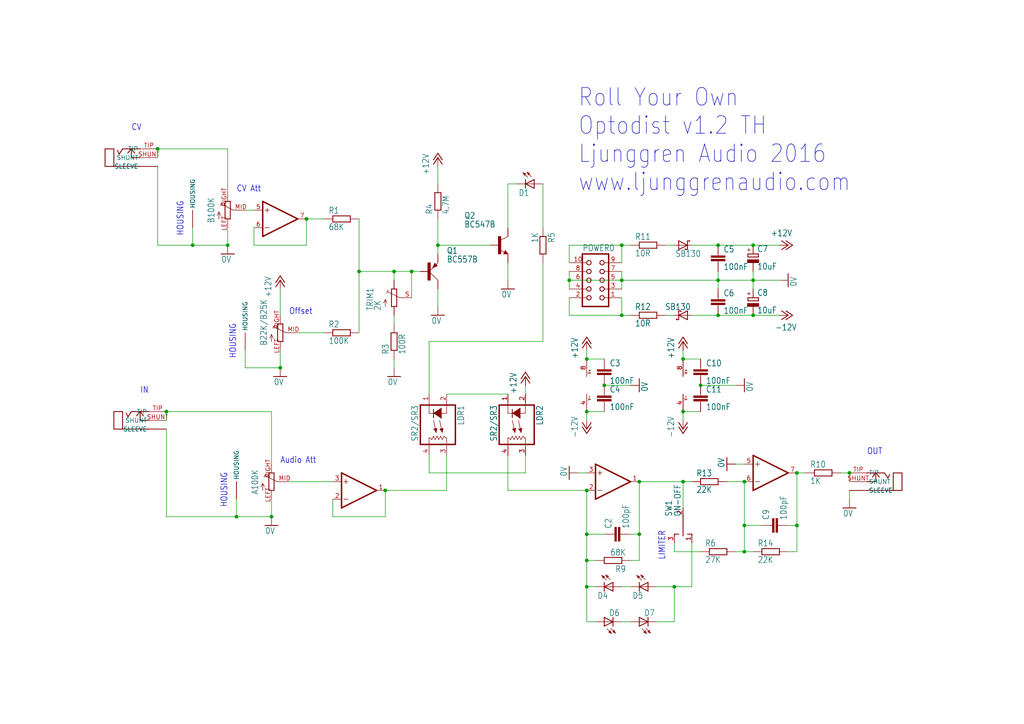
<source format=kicad_sch>
(kicad_sch (version 20231120) (generator "eeschema") (generator_version "8.0")
  (paper "A4")
  (lib_symbols
    (symbol "optodist 1.2 TH-eagle-import:+12V" (power)
      (symbol "+12V_1_0"
        (polyline (pts (xy 0 0) (xy -1.27 -1.905)) (stroke (width 0.254)))
        (polyline (pts (xy 0 1.27) (xy -1.27 -0.635)) (stroke (width 0.254)))
        (polyline (pts (xy 1.27 -1.905) (xy 0 0)) (stroke (width 0.254)))
        (polyline (pts (xy 1.27 -0.635) (xy 0 1.27)) (stroke (width 0.254)))
        (pin power_in line (at 0 -2.54 90) (length 2.54) (name "+12V") (number "1"))
      )
    )
    (symbol "optodist 1.2 TH-eagle-import:-12V" (power)
      (symbol "-12V_1_0"
        (polyline (pts (xy -1.27 0.635) (xy 0 -1.27)) (stroke (width 0.254)))
        (polyline (pts (xy -1.27 1.905) (xy 0 0)) (stroke (width 0.254)))
        (polyline (pts (xy 0 -1.27) (xy 1.27 0.635)) (stroke (width 0.254)))
        (polyline (pts (xy 0 0) (xy 1.27 1.905)) (stroke (width 0.254)))
        (pin power_in line (at 0 2.54 270) (length 2.54) (name "-12V") (number "1"))
      )
    )
    (symbol "optodist 1.2 TH-eagle-import:0V" (power)
      (symbol "0V_1_0"
        (polyline (pts (xy -1.905 0) (xy 1.905 0)) (stroke (width 0.254)))
        (pin power_in line (at 0 2.54 270) (length 2.54) (name "0V") (number "1"))
      )
    )
    (symbol "optodist 1.2 TH-eagle-import:BC547TO92-LINE"
      (property "Reference" "T" (at -10.16 7.62 0))
      (symbol "BC547TO92-LINE_1_0"
        (rectangle (start -0.254 -2.54) (end 0.508 2.54) (fill (type outline)))
        (polyline (pts (xy 1.27 -2.54) (xy 1.778 -1.524)) (stroke (width 0.1524)))
        (polyline (pts (xy 1.524 -2.413) (xy 2.286 -2.413)) (stroke (width 0.254)))
        (polyline (pts (xy 1.524 -2.286) (xy 1.905 -2.286)) (stroke (width 0.254)))
        (polyline (pts (xy 1.54 -2.04) (xy 0.308 -1.424)) (stroke (width 0.1524)))
        (polyline (pts (xy 1.778 -1.778) (xy 1.524 -2.286)) (stroke (width 0.254)))
        (polyline (pts (xy 1.778 -1.524) (xy 2.54 -2.54)) (stroke (width 0.1524)))
        (polyline (pts (xy 1.905 -2.286) (xy 1.778 -2.032)) (stroke (width 0.254)))
        (polyline (pts (xy 2.286 -2.413) (xy 1.778 -1.778)) (stroke (width 0.254)))
        (polyline (pts (xy 2.54 -2.54) (xy 1.27 -2.54)) (stroke (width 0.1524)))
        (polyline (pts (xy 2.54 2.54) (xy 0.508 1.524)) (stroke (width 0.1524)))
        (pin passive line (at 2.54 -5.08 90) (length 2.54) (name "E") (number "1"))
        (pin passive line (at -2.54 0 0) (length 2.54) (name "B") (number "2"))
        (pin passive line (at 2.54 5.08 270) (length 2.54) (name "C") (number "3"))
      )
    )
    (symbol "optodist 1.2 TH-eagle-import:BC557TO92-LINE"
      (property "Reference" "Q" (at 5.08 5.08 0))
      (symbol "BC557TO92-LINE_1_0"
        (rectangle (start -0.381 -2.54) (end 0.381 2.54) (fill (type outline)))
        (polyline (pts (xy 0 0) (xy 1.016 1.016)) (stroke (width 0.1524)))
        (polyline (pts (xy 1.016 1.016) (xy 1.27 1.27)) (stroke (width 0.1524)))
        (polyline (pts (xy 1.016 1.016) (xy 2.413 1.651)) (stroke (width 0.1524)))
        (polyline (pts (xy 1.27 1.27) (xy 1.651 2.159)) (stroke (width 0.254)))
        (polyline (pts (xy 1.27 1.27) (xy 2.54 2.54)) (stroke (width 0.1524)))
        (polyline (pts (xy 1.651 1.905) (xy 1.905 1.651)) (stroke (width 0.254)))
        (polyline (pts (xy 1.651 2.159) (xy 2.159 1.651)) (stroke (width 0.254)))
        (polyline (pts (xy 1.651 2.413) (xy 1.016 1.016)) (stroke (width 0.1524)))
        (polyline (pts (xy 2.159 1.651) (xy 1.27 1.27)) (stroke (width 0.254)))
        (polyline (pts (xy 2.413 1.651) (xy 1.651 2.413)) (stroke (width 0.1524)))
        (polyline (pts (xy 2.54 -2.54) (xy 0 0)) (stroke (width 0.1524)))
        (pin passive line (at 2.54 5.08 270) (length 2.54) (name "E") (number "1"))
        (pin passive line (at -2.54 0 0) (length 2.54) (name "B") (number "2"))
        (pin passive line (at 2.54 -5.08 90) (length 2.54) (name "C") (number "3"))
      )
    )
    (symbol "optodist 1.2 TH-eagle-import:C-EU025-024X044"
      (property "Reference" "C" (at 1.524 0.381 0))
      (symbol "C-EU025-024X044_1_0"
        (rectangle (start -2.032 -2.032) (end 2.032 -1.524) (fill (type outline)))
        (rectangle (start -2.032 -1.016) (end 2.032 -0.508) (fill (type outline)))
        (polyline (pts (xy 0 -2.54) (xy 0 -2.032)) (stroke (width 0.1524)))
        (polyline (pts (xy 0 0) (xy 0 -0.508)) (stroke (width 0.1524)))
        (pin passive line (at 0 2.54 270) (length 2.54) (name "1") (number "1"))
        (pin passive line (at 0 -5.08 90) (length 2.54) (name "2") (number "2"))
      )
    )
    (symbol "optodist 1.2 TH-eagle-import:CON10L"
      (property "Reference" "CON" (at -3.81 8.382 0))
      (symbol "CON10L_1_0"
        (circle (center -1.905 -5.08) (radius 0.635) (stroke (width 0.254)))
        (circle (center -1.905 -2.54) (radius 0.635) (stroke (width 0.254)))
        (circle (center -1.905 0) (radius 0.635) (stroke (width 0.254)))
        (circle (center -1.905 2.54) (radius 0.635) (stroke (width 0.254)))
        (circle (center -1.905 5.08) (radius 0.635) (stroke (width 0.254)))
        (polyline (pts (xy -3.81 7.62) (xy -3.81 -7.62)) (stroke (width 0.4064)))
        (polyline (pts (xy -3.81 7.62) (xy 3.81 7.62)) (stroke (width 0.4064)))
        (polyline (pts (xy 3.81 -7.62) (xy -3.81 -7.62)) (stroke (width 0.4064)))
        (polyline (pts (xy 3.81 -7.62) (xy 3.81 7.62)) (stroke (width 0.4064)))
        (circle (center 1.905 -5.08) (radius 0.635) (stroke (width 0.254)))
        (circle (center 1.905 -2.54) (radius 0.635) (stroke (width 0.254)))
        (circle (center 1.905 0) (radius 0.635) (stroke (width 0.254)))
        (circle (center 1.905 2.54) (radius 0.635) (stroke (width 0.254)))
        (circle (center 1.905 5.08) (radius 0.635) (stroke (width 0.254)))
        (pin passive line (at 7.62 -5.08 180) (length 5.08) (name "1") (number "1"))
        (pin passive line (at -7.62 5.08 0) (length 5.08) (name "10") (number "10"))
        (pin passive line (at -7.62 -5.08 0) (length 5.08) (name "2") (number "2"))
        (pin passive line (at 7.62 -2.54 180) (length 5.08) (name "3") (number "3"))
        (pin passive line (at -7.62 -2.54 0) (length 5.08) (name "4") (number "4"))
        (pin passive line (at 7.62 0 180) (length 5.08) (name "5") (number "5"))
        (pin passive line (at -7.62 0 0) (length 5.08) (name "6") (number "6"))
        (pin passive line (at 7.62 2.54 180) (length 5.08) (name "7") (number "7"))
        (pin passive line (at -7.62 2.54 0) (length 5.08) (name "8") (number "8"))
        (pin passive line (at 7.62 5.08 180) (length 5.08) (name "9") (number "9"))
      )
    )
    (symbol "optodist 1.2 TH-eagle-import:CPOL-EUE2-5"
      (property "Reference" "C" (at 1.143 0.4826 0))
      (symbol "CPOL-EUE2-5_1_0"
        (rectangle (start -1.651 -2.54) (end 1.651 -1.651) (fill (type outline)))
        (polyline (pts (xy -1.524 -0.889) (xy 1.524 -0.889)) (stroke (width 0.254)))
        (polyline (pts (xy -1.524 0) (xy -1.524 -0.889)) (stroke (width 0.254)))
        (polyline (pts (xy -1.524 0) (xy 1.524 0)) (stroke (width 0.254)))
        (polyline (pts (xy 1.524 -0.889) (xy 1.524 0)) (stroke (width 0.254)))
        (text "+" (at -0.5842 0.4064 900) (effects (font (size 1.27 1.0795)) (justify left bottom)))
        (pin passive line (at 0 2.54 270) (length 2.54) (name "+") (number "+"))
        (pin passive line (at 0 -5.08 90) (length 2.54) (name "-") (number "-"))
      )
    )
    (symbol "optodist 1.2 TH-eagle-import:ERTHENVAR_3.5MM_JACKHOLES"
      (symbol "ERTHENVAR_3.5MM_JACKHOLES_1_0"
        (polyline (pts (xy -5.08 -2.54) (xy -5.08 2.54)) (stroke (width 0.254)))
        (polyline (pts (xy -5.08 -2.54) (xy -2.54 -2.54)) (stroke (width 0.254)))
        (polyline (pts (xy -5.08 2.54) (xy -2.54 2.54)) (stroke (width 0.254)))
        (polyline (pts (xy -2.54 -2.54) (xy 5.08 -2.54)) (stroke (width 0.254)))
        (polyline (pts (xy -2.54 2.54) (xy -2.54 -2.54)) (stroke (width 0.254)))
        (polyline (pts (xy -1 1) (xy -1.5 2.1)) (stroke (width 0.254)))
        (polyline (pts (xy -1 1) (xy 0 2.54)) (stroke (width 0.254)))
        (polyline (pts (xy 0 2.54) (xy 2.54 2.54)) (stroke (width 0.254)))
        (polyline (pts (xy 2.5 2.6) (xy 1.5 1.3)) (stroke (width 0.254)))
        (polyline (pts (xy 2.5 2.6) (xy 3.5 1.3)) (stroke (width 0.254)))
        (polyline (pts (xy 2.54 0) (xy 2.54 2.54)) (stroke (width 0.254)))
        (polyline (pts (xy 2.54 2.54) (xy 5.08 2.54)) (stroke (width 0.254)))
        (polyline (pts (xy 5.08 0) (xy 2.54 0)) (stroke (width 0.254)))
        (pin bidirectional line (at 10.16 -2.54 180) (length 5.08) (name "SLEEVE") (number "RING1"))
        (pin bidirectional line (at 10.16 -2.54 180) (length 5.08) (name "SLEEVE") (number "RING2"))
        (pin bidirectional line (at 10.16 0 180) (length 5.08) (name "SHUNT") (number "SHUNT"))
        (pin bidirectional line (at 10.16 2.54 180) (length 5.08) (name "TIP") (number "TIP"))
      )
    )
    (symbol "optodist 1.2 TH-eagle-import:LED3MM"
      (property "Reference" "LED" (at 3.556 -4.572 90))
      (symbol "LED3MM_1_0"
        (polyline (pts (xy -2.032 -0.762) (xy -3.429 -2.159)) (stroke (width 0.1524)))
        (polyline (pts (xy -1.905 -1.905) (xy -3.302 -3.302)) (stroke (width 0.1524)))
        (polyline (pts (xy 0 -2.54) (xy -1.27 -2.54)) (stroke (width 0.254)))
        (polyline (pts (xy 0 -2.54) (xy -1.27 0)) (stroke (width 0.254)))
        (polyline (pts (xy 0 0) (xy -1.27 0)) (stroke (width 0.254)))
        (polyline (pts (xy 0 0) (xy 0 -2.54)) (stroke (width 0.1524)))
        (polyline (pts (xy 1.27 -2.54) (xy 0 -2.54)) (stroke (width 0.254)))
        (polyline (pts (xy 1.27 0) (xy 0 -2.54)) (stroke (width 0.254)))
        (polyline (pts (xy 1.27 0) (xy 0 0)) (stroke (width 0.254)))
        (polyline (pts (xy -3.429 -2.159) (xy -3.048 -1.27) (xy -2.54 -1.778)) (stroke (width 0.1524)) (fill (type outline)))
        (polyline (pts (xy -3.302 -3.302) (xy -2.921 -2.413) (xy -2.413 -2.921)) (stroke (width 0.1524)) (fill (type outline)))
        (pin passive line (at 0 2.54 270) (length 2.54) (name "A") (number "A"))
        (pin passive line (at 0 -5.08 90) (length 2.54) (name "C") (number "K"))
      )
    )
    (symbol "optodist 1.2 TH-eagle-import:POT-ALPHA9"
      (symbol "POT-ALPHA9_1_0"
        (polyline (pts (xy -2.54 -2.54) (xy -2.54 -0.508)) (stroke (width 0.1524)))
        (polyline (pts (xy -2.54 -0.508) (xy -3.048 -1.524)) (stroke (width 0.1524)))
        (polyline (pts (xy -2.54 -0.508) (xy -2.032 -1.524)) (stroke (width 0.1524)))
        (polyline (pts (xy -2.1597 1.2939) (xy -1.7018 2.2352)) (stroke (width 0.1524)))
        (polyline (pts (xy -0.762 -2.54) (xy 0.762 -2.54)) (stroke (width 0.254)))
        (polyline (pts (xy -0.762 2.54) (xy -0.762 -2.54)) (stroke (width 0.254)))
        (polyline (pts (xy 0.762 -2.54) (xy 0.762 2.54)) (stroke (width 0.254)))
        (polyline (pts (xy 0.762 2.54) (xy -0.762 2.54)) (stroke (width 0.254)))
        (polyline (pts (xy 1.651 0) (xy -1.8796 1.7526)) (stroke (width 0.1524)))
        (polyline (pts (xy 2.54 0) (xy 1.651 0)) (stroke (width 0.1524)))
        (pin bidirectional line (at -10.16 -5.08 90) (length 5.08) (name "HOUSING") (number "GND$1"))
        (pin bidirectional line (at -10.16 -5.08 90) (length 5.08) (name "HOUSING") (number "GND$2"))
        (pin passive line (at 0 -5.08 90) (length 2.54) (name "LEFT") (number "LEFT"))
        (pin passive line (at 5.08 0 180) (length 2.54) (name "MID") (number "MID"))
        (pin passive line (at 0 5.08 270) (length 2.54) (name "RIGHT") (number "RIGHT"))
      )
    )
    (symbol "optodist 1.2 TH-eagle-import:R-EU_0207/10"
      (property "Reference" "R" (at -3.81 1.4986 0))
      (symbol "R-EU_0207/10_1_0"
        (polyline (pts (xy -2.54 -0.889) (xy -2.54 0.889)) (stroke (width 0.254)))
        (polyline (pts (xy -2.54 -0.889) (xy 2.54 -0.889)) (stroke (width 0.254)))
        (polyline (pts (xy 2.54 -0.889) (xy 2.54 0.889)) (stroke (width 0.254)))
        (polyline (pts (xy 2.54 0.889) (xy -2.54 0.889)) (stroke (width 0.254)))
        (pin passive line (at -5.08 0 0) (length 2.54) (name "1") (number "1"))
        (pin passive line (at 5.08 0 180) (length 2.54) (name "2") (number "2"))
      )
    )
    (symbol "optodist 1.2 TH-eagle-import:SB130DO-204AL"
      (symbol "SB130DO-204AL_1_0"
        (polyline (pts (xy -1.27 -1.27) (xy 1.27 0)) (stroke (width 0.254)))
        (polyline (pts (xy -1.27 1.27) (xy -1.27 -1.27)) (stroke (width 0.254)))
        (polyline (pts (xy 0.635 -1.016) (xy 0.635 -1.27)) (stroke (width 0.254)))
        (polyline (pts (xy 1.27 -1.27) (xy 0.635 -1.27)) (stroke (width 0.254)))
        (polyline (pts (xy 1.27 0) (xy -1.27 1.27)) (stroke (width 0.254)))
        (polyline (pts (xy 1.27 0) (xy 1.27 -1.27)) (stroke (width 0.254)))
        (polyline (pts (xy 1.27 1.27) (xy 1.27 0)) (stroke (width 0.254)))
        (polyline (pts (xy 1.905 1.27) (xy 1.27 1.27)) (stroke (width 0.254)))
        (polyline (pts (xy 1.905 1.27) (xy 1.905 1.016)) (stroke (width 0.254)))
        (pin passive line (at -2.54 0 0) (length 2.54) (name "A") (number "A"))
        (pin passive line (at 2.54 0 180) (length 2.54) (name "C") (number "C"))
      )
    )
    (symbol "optodist 1.2 TH-eagle-import:SPDTTOP-SUBMINI"
      (property "Reference" "S" (at 2.54 3.175 0))
      (symbol "SPDTTOP-SUBMINI_1_0"
        (polyline (pts (xy -2.54 -2.54) (xy -3.175 -2.54)) (stroke (width 0.254)))
        (polyline (pts (xy -2.54 -2.54) (xy -2.54 -1.27)) (stroke (width 0.254)))
        (polyline (pts (xy -2.54 1.27) (xy -2.54 2.54)) (stroke (width 0.254)))
        (polyline (pts (xy -2.54 2.54) (xy -3.175 2.54)) (stroke (width 0.254)))
        (polyline (pts (xy 3.175 0) (xy -3.048 0)) (stroke (width 0.254)))
        (pin passive line (at -5.08 -2.54 0) (length 2.54) (name "1") (number "1"))
        (pin passive line (at 5.08 0 180) (length 2.54) (name "2") (number "2"))
        (pin passive line (at -5.08 2.54 0) (length 2.54) (name "3") (number "3"))
      )
    )
    (symbol "optodist 1.2 TH-eagle-import:TL072P"
      (symbol "TL072P_1_0"
        (polyline (pts (xy -5.08 -5.08) (xy 5.08 0)) (stroke (width 0.4064)))
        (polyline (pts (xy -5.08 5.08) (xy -5.08 -5.08)) (stroke (width 0.4064)))
        (polyline (pts (xy -4.445 -2.54) (xy -3.175 -2.54)) (stroke (width 0.1524)))
        (polyline (pts (xy -4.445 2.54) (xy -3.175 2.54)) (stroke (width 0.1524)))
        (polyline (pts (xy -3.81 3.175) (xy -3.81 1.905)) (stroke (width 0.1524)))
        (polyline (pts (xy 5.08 0) (xy -5.08 5.08)) (stroke (width 0.4064)))
        (pin output line (at 7.62 0 180) (length 2.54) (name "OUT") (number "1"))
        (pin input line (at -7.62 -2.54 0) (length 2.54) (name "-IN") (number "2"))
        (pin input line (at -7.62 2.54 0) (length 2.54) (name "+IN") (number "3"))
      )
      (symbol "TL072P_2_0"
        (polyline (pts (xy -5.08 -5.08) (xy 5.08 0)) (stroke (width 0.4064)))
        (polyline (pts (xy -5.08 5.08) (xy -5.08 -5.08)) (stroke (width 0.4064)))
        (polyline (pts (xy -4.445 -2.54) (xy -3.175 -2.54)) (stroke (width 0.1524)))
        (polyline (pts (xy -4.445 2.54) (xy -3.175 2.54)) (stroke (width 0.1524)))
        (polyline (pts (xy -3.81 3.175) (xy -3.81 1.905)) (stroke (width 0.1524)))
        (polyline (pts (xy 5.08 0) (xy -5.08 5.08)) (stroke (width 0.4064)))
        (pin input line (at -7.62 2.54 0) (length 2.54) (name "+IN") (number "5"))
        (pin input line (at -7.62 -2.54 0) (length 2.54) (name "-IN") (number "6"))
        (pin output line (at 7.62 0 180) (length 2.54) (name "OUT") (number "7"))
      )
      (symbol "TL072P_3_0"
        (text "V+" (at 1.27 3.175 900) (effects (font (size 0.8128 0.6908)) (justify left bottom)))
        (text "V-" (at 1.27 -4.445 900) (effects (font (size 0.8128 0.6908)) (justify left bottom)))
        (pin power_in line (at 0 -7.62 90) (length 5.08) (name "V-") (number "4"))
        (pin power_in line (at 0 7.62 270) (length 5.08) (name "V+") (number "8"))
      )
    )
    (symbol "optodist 1.2 TH-eagle-import:TRIM_EU-B25P"
      (property "Reference" "R" (at -5.969 -3.81 90))
      (symbol "TRIM_EU-B25P_1_0"
        (polyline (pts (xy -2.54 -2.54) (xy -2.54 -0.508)) (stroke (width 0.1524)))
        (polyline (pts (xy -2.54 -0.508) (xy -3.048 -1.524)) (stroke (width 0.1524)))
        (polyline (pts (xy -2.54 -0.508) (xy -2.032 -1.524)) (stroke (width 0.1524)))
        (polyline (pts (xy -2.1597 1.2939) (xy -1.7018 2.2352)) (stroke (width 0.1524)))
        (polyline (pts (xy -0.762 -2.54) (xy 0.762 -2.54)) (stroke (width 0.254)))
        (polyline (pts (xy -0.762 2.54) (xy -0.762 -2.54)) (stroke (width 0.254)))
        (polyline (pts (xy 0.762 -2.54) (xy 0.762 2.54)) (stroke (width 0.254)))
        (polyline (pts (xy 0.762 2.54) (xy -0.762 2.54)) (stroke (width 0.254)))
        (polyline (pts (xy 1.651 0) (xy -1.8796 1.7526)) (stroke (width 0.1524)))
        (polyline (pts (xy 2.54 0) (xy 1.651 0)) (stroke (width 0.1524)))
        (pin passive line (at 0 -5.08 90) (length 2.54) (name "A") (number "A"))
        (pin passive line (at 0 -5.08 90) (length 2.54) (name "A") (number "AA"))
        (pin passive line (at 0 5.08 270) (length 2.54) (name "E") (number "E"))
        (pin passive line (at 0 5.08 270) (length 2.54) (name "E") (number "EE"))
        (pin passive line (at 5.08 0 180) (length 2.54) (name "S") (number "S"))
      )
    )
    (symbol "optodist 1.2 TH-eagle-import:VTL5CSILONEX"
      (property "Reference" "LDR" (at -6.985 5.715 0))
      (symbol "VTL5CSILONEX_1_0"
        (polyline (pts (xy -6.985 -5.08) (xy 4.445 -5.08)) (stroke (width 0.4064)))
        (polyline (pts (xy -6.985 5.08) (xy -6.985 -5.08)) (stroke (width 0.4064)))
        (polyline (pts (xy -6.985 5.08) (xy 4.445 5.08)) (stroke (width 0.4064)))
        (polyline (pts (xy -4.572 -2.54) (xy -7.62 -2.54)) (stroke (width 0.1524)))
        (polyline (pts (xy -4.572 -1.27) (xy -5.715 -1.27)) (stroke (width 0.254)))
        (polyline (pts (xy -4.572 -1.27) (xy -4.572 -2.54)) (stroke (width 0.1524)))
        (polyline (pts (xy -4.572 2.54) (xy -7.62 2.54)) (stroke (width 0.1524)))
        (polyline (pts (xy -4.572 2.54) (xy -4.572 1.016)) (stroke (width 0.1524)))
        (polyline (pts (xy -3.302 -1.27) (xy -4.572 -1.27)) (stroke (width 0.254)))
        (polyline (pts (xy -2.54 -1.27) (xy 1.016 -0.508)) (stroke (width 0.1524)))
        (polyline (pts (xy -2.54 0.508) (xy 1.016 1.27)) (stroke (width 0.1524)))
        (polyline (pts (xy 2.032 -1.27) (xy 3.048 -1.778)) (stroke (width 0.1524)))
        (polyline (pts (xy 2.032 -0.254) (xy 3.048 -0.762)) (stroke (width 0.1524)))
        (polyline (pts (xy 2.032 0.762) (xy 3.048 0.254)) (stroke (width 0.1524)))
        (polyline (pts (xy 2.032 1.778) (xy 3.048 1.27)) (stroke (width 0.1524)))
        (polyline (pts (xy 2.54 -2.54) (xy 2.54 -2.286)) (stroke (width 0.1524)))
        (polyline (pts (xy 2.54 -2.54) (xy 5.08 -2.54)) (stroke (width 0.1524)))
        (polyline (pts (xy 2.54 2.286) (xy 2.032 1.778)) (stroke (width 0.1524)))
        (polyline (pts (xy 2.54 2.54) (xy 2.54 2.286)) (stroke (width 0.1524)))
        (polyline (pts (xy 2.54 2.54) (xy 5.08 2.54)) (stroke (width 0.1524)))
        (polyline (pts (xy 3.048 -1.778) (xy 2.54 -2.286)) (stroke (width 0.1524)))
        (polyline (pts (xy 3.048 -0.762) (xy 2.032 -1.27)) (stroke (width 0.1524)))
        (polyline (pts (xy 3.048 0.254) (xy 2.032 -0.254)) (stroke (width 0.1524)))
        (polyline (pts (xy 3.048 1.27) (xy 2.032 0.762)) (stroke (width 0.1524)))
        (polyline (pts (xy 4.445 5.08) (xy 4.445 -5.08)) (stroke (width 0.4064)))
        (polyline (pts (xy -4.572 -1.27) (xy -6.096 1.016) (xy -3.048 1.016)) (stroke (width 0.1524)) (fill (type outline)))
        (polyline (pts (xy 1.016 -0.508) (xy -0.254 -0.254) (xy 0 -1.27)) (stroke (width 0.1524)) (fill (type outline)))
        (polyline (pts (xy 1.016 1.27) (xy -0.254 1.524) (xy 0 0.508)) (stroke (width 0.1524)) (fill (type outline)))
        (pin passive line (at -10.16 -2.54 0) (length 2.54) (name "C") (number "1"))
        (pin passive line (at -10.16 2.54 0) (length 2.54) (name "A") (number "2"))
        (pin passive line (at 7.62 2.54 180) (length 2.54) (name "L1") (number "3"))
        (pin passive line (at 7.62 -2.54 180) (length 2.54) (name "L2") (number "4"))
      )
    )
  )
  (junction (at 180.34 71.12))
  (junction (at 215.9 139.7))
  (junction (at 198.12 139.7))
  (junction (at 119.38 78.74))
  (junction (at 180.34 81.28))
  (junction (at 208.28 81.28))
  (junction (at 170.18 119.38))
  (junction (at 231.14 152.4))
  (junction (at 170.18 142.24))
  (junction (at 88.9 63.5))
  (junction (at 48.26 119.38))
  (junction (at 208.28 91.44))
  (junction (at 45.72 43.18))
  (junction (at 114.3 78.74))
  (junction (at 170.18 104.14))
  (junction (at 185.42 139.7))
  (junction (at 78.74 149.86))
  (junction (at 218.44 91.44))
  (junction (at 185.42 154.94))
  (junction (at 68.58 149.86))
  (junction (at 66.04 71.12))
  (junction (at 208.28 71.12))
  (junction (at 218.44 71.12))
  (junction (at 195.58 170.18))
  (junction (at 175.26 111.76))
  (junction (at 218.44 81.28))
  (junction (at 215.9 160.02))
  (junction (at 55.88 71.12))
  (junction (at 165.1 81.28))
  (junction (at 81.28 106.68))
  (junction (at 198.12 104.14))
  (junction (at 111.76 142.24))
  (junction (at 170.18 162.56))
  (junction (at 246.38 137.16))
  (junction (at 170.18 154.94))
  (junction (at 198.12 119.38))
  (junction (at 170.18 170.18))
  (junction (at 127 71.12))
  (junction (at 180.34 91.44))
  (junction (at 231.14 137.16))
  (junction (at 203.2 111.76))
  (junction (at 104.14 78.74))
  (junction (at 215.9 152.4))
  (wire (pts (xy 114.3 104.14) (xy 114.3 106.68)) (stroke (width 0.1524)))
  (wire (pts (xy 218.44 71.12) (xy 208.28 71.12)) (stroke (width 0.1524)))
  (wire (pts (xy 45.72 48.26) (xy 45.72 71.12)) (stroke (width 0.1524)))
  (wire (pts (xy 193.04 71.12) (xy 195.58 71.12)) (stroke (width 0.1524)))
  (wire (pts (xy 218.44 91.44) (xy 208.28 91.44)) (stroke (width 0.1524)))
  (wire (pts (xy 68.58 144.78) (xy 68.58 149.86)) (stroke (width 0.1524)))
  (wire (pts (xy 231.14 137.16) (xy 231.14 152.4)) (stroke (width 0.1524)))
  (wire (pts (xy 48.26 119.38) (xy 78.74 119.38)) (stroke (width 0.1524)))
  (wire (pts (xy 231.14 152.4) (xy 231.14 160.02)) (stroke (width 0.1524)))
  (wire (pts (xy 81.28 83.82) (xy 81.28 91.44)) (stroke (width 0.1524)))
  (wire (pts (xy 48.26 149.86) (xy 68.58 149.86)) (stroke (width 0.1524)))
  (wire (pts (xy 45.72 43.18) (xy 66.04 43.18)) (stroke (width 0.1524)))
  (wire (pts (xy 233.68 137.16) (xy 231.14 137.16)) (stroke (width 0.1524)))
  (wire (pts (xy 182.88 154.94) (xy 185.42 154.94)) (stroke (width 0.1524)))
  (wire (pts (xy 73.66 71.12) (xy 88.9 71.12)) (stroke (width 0.1524)))
  (wire (pts (xy 104.14 78.74) (xy 114.3 78.74)) (stroke (width 0.1524)))
  (wire (pts (xy 231.14 160.02) (xy 228.6 160.02)) (stroke (width 0.1524)))
  (wire (pts (xy 172.72 170.18) (xy 170.18 170.18)) (stroke (width 0.1524)))
  (wire (pts (xy 218.44 81.28) (xy 218.44 78.74)) (stroke (width 0.1524)))
  (wire (pts (xy 195.58 160.02) (xy 195.58 157.48)) (stroke (width 0.1524)))
  (wire (pts (xy 215.9 152.4) (xy 215.9 160.02)) (stroke (width 0.1524)))
  (wire (pts (xy 96.52 149.86) (xy 111.76 149.86)) (stroke (width 0.1524)))
  (wire (pts (xy 170.18 104.14) (xy 175.26 104.14)) (stroke (width 0.1524)))
  (wire (pts (xy 198.12 101.6) (xy 198.12 104.14)) (stroke (width 0.1524)))
  (wire (pts (xy 71.12 60.96) (xy 73.66 60.96)) (stroke (width 0.1524)))
  (wire (pts (xy 66.04 71.12) (xy 55.88 71.12)) (stroke (width 0.1524)))
  (wire (pts (xy 195.58 170.18) (xy 195.58 180.34)) (stroke (width 0.1524)))
  (wire (pts (xy 180.34 170.18) (xy 182.88 170.18)) (stroke (width 0.1524)))
  (wire (pts (xy 180.34 91.44) (xy 182.88 91.44)) (stroke (width 0.1524)))
  (wire (pts (xy 208.28 91.44) (xy 200.66 91.44)) (stroke (width 0.1524)))
  (wire (pts (xy 218.44 81.28) (xy 226.06 81.28)) (stroke (width 0.1524)))
  (wire (pts (xy 215.9 160.02) (xy 218.44 160.02)) (stroke (width 0.1524)))
  (wire (pts (xy 86.36 96.52) (xy 93.98 96.52)) (stroke (width 0.1524)))
  (wire (pts (xy 152.4 137.16) (xy 152.4 132.08)) (stroke (width 0.1524)))
  (wire (pts (xy 185.42 162.56) (xy 185.42 154.94)) (stroke (width 0.1524)))
  (wire (pts (xy 81.28 106.68) (xy 81.28 101.6)) (stroke (width 0.1524)))
  (wire (pts (xy 104.14 63.5) (xy 104.14 78.74)) (stroke (width 0.1524)))
  (wire (pts (xy 124.46 137.16) (xy 152.4 137.16)) (stroke (width 0.1524)))
  (wire (pts (xy 165.1 71.12) (xy 180.34 71.12)) (stroke (width 0.1524)))
  (wire (pts (xy 198.12 119.38) (xy 198.12 121.92)) (stroke (width 0.1524)))
  (wire (pts (xy 185.42 154.94) (xy 185.42 139.7)) (stroke (width 0.1524)))
  (wire (pts (xy 121.92 78.74) (xy 119.38 78.74)) (stroke (width 0.1524)))
  (wire (pts (xy 200.66 170.18) (xy 200.66 157.48)) (stroke (width 0.1524)))
  (wire (pts (xy 208.28 71.12) (xy 200.66 71.12)) (stroke (width 0.1524)))
  (wire (pts (xy 213.36 134.62) (xy 215.9 134.62)) (stroke (width 0.1524)))
  (wire (pts (xy 175.26 111.76) (xy 182.88 111.76)) (stroke (width 0.1524)))
  (wire (pts (xy 119.38 86.36) (xy 119.38 78.74)) (stroke (width 0.1524)))
  (wire (pts (xy 170.18 162.56) (xy 170.18 170.18)) (stroke (width 0.1524)))
  (wire (pts (xy 203.2 119.38) (xy 198.12 119.38)) (stroke (width 0.1524)))
  (wire (pts (xy 127 63.5) (xy 127 71.12)) (stroke (width 0.1524)))
  (wire (pts (xy 78.74 119.38) (xy 78.74 134.62)) (stroke (width 0.1524)))
  (wire (pts (xy 180.34 78.74) (xy 180.34 81.28)) (stroke (width 0.1524)))
  (wire (pts (xy 215.9 139.7) (xy 215.9 152.4)) (stroke (width 0.1524)))
  (wire (pts (xy 243.84 137.16) (xy 246.38 137.16)) (stroke (width 0.1524)))
  (wire (pts (xy 182.88 162.56) (xy 185.42 162.56)) (stroke (width 0.1524)))
  (wire (pts (xy 142.24 71.12) (xy 127 71.12)) (stroke (width 0.1524)))
  (wire (pts (xy 180.34 71.12) (xy 180.34 76.2)) (stroke (width 0.1524)))
  (wire (pts (xy 208.28 81.28) (xy 208.28 78.74)) (stroke (width 0.1524)))
  (wire (pts (xy 195.58 180.34) (xy 190.5 180.34)) (stroke (width 0.1524)))
  (wire (pts (xy 114.3 81.28) (xy 114.3 78.74)) (stroke (width 0.1524)))
  (wire (pts (xy 78.74 144.78) (xy 78.74 149.86)) (stroke (width 0.1524)))
  (wire (pts (xy 170.18 162.56) (xy 172.72 162.56)) (stroke (width 0.1524)))
  (wire (pts (xy 215.9 152.4) (xy 220.98 152.4)) (stroke (width 0.1524)))
  (wire (pts (xy 170.18 154.94) (xy 170.18 162.56)) (stroke (width 0.1524)))
  (wire (pts (xy 111.76 149.86) (xy 111.76 142.24)) (stroke (width 0.1524)))
  (wire (pts (xy 165.1 78.74) (xy 165.1 81.28)) (stroke (width 0.1524)))
  (wire (pts (xy 147.32 53.34) (xy 149.86 53.34)) (stroke (width 0.1524)))
  (wire (pts (xy 208.28 81.28) (xy 218.44 81.28)) (stroke (width 0.1524)))
  (wire (pts (xy 124.46 132.08) (xy 124.46 137.16)) (stroke (width 0.1524)))
  (wire (pts (xy 88.9 71.12) (xy 88.9 63.5)) (stroke (width 0.1524)))
  (wire (pts (xy 55.88 66.04) (xy 55.88 71.12)) (stroke (width 0.1524)))
  (wire (pts (xy 215.9 139.7) (xy 210.82 139.7)) (stroke (width 0.1524)))
  (wire (pts (xy 195.58 170.18) (xy 190.5 170.18)) (stroke (width 0.1524)))
  (wire (pts (xy 218.44 83.82) (xy 218.44 81.28)) (stroke (width 0.1524)))
  (wire (pts (xy 231.14 152.4) (xy 228.6 152.4)) (stroke (width 0.1524)))
  (wire (pts (xy 129.54 142.24) (xy 129.54 132.08)) (stroke (width 0.1524)))
  (wire (pts (xy 180.34 71.12) (xy 182.88 71.12)) (stroke (width 0.1524)))
  (wire (pts (xy 129.54 114.3) (xy 147.32 114.3)) (stroke (width 0.1524)))
  (wire (pts (xy 129.54 142.24) (xy 111.76 142.24)) (stroke (width 0.1524)))
  (wire (pts (xy 170.18 154.94) (xy 175.26 154.94)) (stroke (width 0.1524)))
  (wire (pts (xy 124.46 99.06) (xy 124.46 114.3)) (stroke (width 0.1524)))
  (wire (pts (xy 127 71.12) (xy 127 73.66)) (stroke (width 0.1524)))
  (wire (pts (xy 147.32 142.24) (xy 147.32 132.08)) (stroke (width 0.1524)))
  (wire (pts (xy 147.32 66.04) (xy 147.32 53.34)) (stroke (width 0.1524)))
  (wire (pts (xy 66.04 43.18) (xy 66.04 55.88)) (stroke (width 0.1524)))
  (wire (pts (xy 198.12 147.32) (xy 198.12 139.7)) (stroke (width 0.1524)))
  (wire (pts (xy 96.52 144.78) (xy 96.52 149.86)) (stroke (width 0.1524)))
  (wire (pts (xy 81.28 106.68) (xy 71.12 106.68)) (stroke (width 0.1524)))
  (wire (pts (xy 127 88.9) (xy 127 83.82)) (stroke (width 0.1524)))
  (wire (pts (xy 55.88 71.12) (xy 45.72 71.12)) (stroke (width 0.1524)))
  (wire (pts (xy 213.36 160.02) (xy 215.9 160.02)) (stroke (width 0.1524)))
  (wire (pts (xy 213.36 111.76) (xy 203.2 111.76)) (stroke (width 0.1524)))
  (wire (pts (xy 175.26 119.38) (xy 170.18 119.38)) (stroke (width 0.1524)))
  (wire (pts (xy 119.38 78.74) (xy 114.3 78.74)) (stroke (width 0.1524)))
  (wire (pts (xy 246.38 137.16) (xy 246.38 139.7)) (stroke (width 0.1524)))
  (wire (pts (xy 218.44 91.44) (xy 226.06 91.44)) (stroke (width 0.1524)))
  (wire (pts (xy 170.18 170.18) (xy 170.18 180.34)) (stroke (width 0.1524)))
  (wire (pts (xy 68.58 149.86) (xy 78.74 149.86)) (stroke (width 0.1524)))
  (wire (pts (xy 165.1 91.44) (xy 180.34 91.44)) (stroke (width 0.1524)))
  (wire (pts (xy 66.04 71.12) (xy 66.04 66.04)) (stroke (width 0.1524)))
  (wire (pts (xy 170.18 180.34) (xy 172.72 180.34)) (stroke (width 0.1524)))
  (wire (pts (xy 48.26 121.92) (xy 48.26 119.38)) (stroke (width 0.1524)))
  (wire (pts (xy 114.3 91.44) (xy 114.3 93.98)) (stroke (width 0.1524)))
  (wire (pts (xy 246.38 144.78) (xy 246.38 142.24)) (stroke (width 0.1524)))
  (wire (pts (xy 208.28 83.82) (xy 208.28 81.28)) (stroke (width 0.1524)))
  (wire (pts (xy 157.48 76.2) (xy 157.48 99.06)) (stroke (width 0.1524)))
  (wire (pts (xy 218.44 71.12) (xy 226.06 71.12)) (stroke (width 0.1524)))
  (wire (pts (xy 198.12 139.7) (xy 185.42 139.7)) (stroke (width 0.1524)))
  (wire (pts (xy 170.18 101.6) (xy 170.18 104.14)) (stroke (width 0.1524)))
  (wire (pts (xy 152.4 111.76) (xy 152.4 114.3)) (stroke (width 0.1524)))
  (wire (pts (xy 167.64 137.16) (xy 170.18 137.16)) (stroke (width 0.1524)))
  (wire (pts (xy 157.48 53.34) (xy 157.48 66.04)) (stroke (width 0.1524)))
  (wire (pts (xy 170.18 142.24) (xy 170.18 154.94)) (stroke (width 0.1524)))
  (wire (pts (xy 48.26 124.46) (xy 48.26 149.86)) (stroke (width 0.1524)))
  (wire (pts (xy 180.34 81.28) (xy 180.34 83.82)) (stroke (width 0.1524)))
  (wire (pts (xy 195.58 170.18) (xy 200.66 170.18)) (stroke (width 0.1524)))
  (wire (pts (xy 193.04 91.44) (xy 195.58 91.44)) (stroke (width 0.1524)))
  (wire (pts (xy 83.82 139.7) (xy 96.52 139.7)) (stroke (width 0.1524)))
  (wire (pts (xy 104.14 78.74) (xy 104.14 96.52)) (stroke (width 0.1524)))
  (wire (pts (xy 71.12 101.6) (xy 71.12 106.68)) (stroke (width 0.1524)))
  (wire (pts (xy 208.28 81.28) (xy 180.34 81.28)) (stroke (width 0.1524)))
  (wire (pts (xy 73.66 66.04) (xy 73.66 71.12)) (stroke (width 0.1524)))
  (wire (pts (xy 127 53.34) (xy 127 48.26)) (stroke (width 0.1524)))
  (wire (pts (xy 165.1 76.2) (xy 165.1 71.12)) (stroke (width 0.1524)))
  (wire (pts (xy 203.2 160.02) (xy 195.58 160.02)) (stroke (width 0.1524)))
  (wire (pts (xy 157.48 99.06) (xy 124.46 99.06)) (stroke (width 0.1524)))
  (wire (pts (xy 147.32 81.28) (xy 147.32 76.2)) (stroke (width 0.1524)))
  (wire (pts (xy 147.32 142.24) (xy 170.18 142.24)) (stroke (width 0.1524)))
  (wire (pts (xy 170.18 119.38) (xy 170.18 121.92)) (stroke (width 0.1524)))
  (wire (pts (xy 88.9 63.5) (xy 93.98 63.5)) (stroke (width 0.1524)))
  (wire (pts (xy 180.34 180.34) (xy 182.88 180.34)) (stroke (width 0.1524)))
  (wire (pts (xy 180.34 81.28) (xy 165.1 81.28)) (stroke (width 0.1524)))
  (wire (pts (xy 165.1 81.28) (xy 165.1 83.82)) (stroke (width 0.1524)))
  (wire (pts (xy 203.2 104.14) (xy 198.12 104.14)) (stroke (width 0.1524)))
  (wire (pts (xy 165.1 86.36) (xy 165.1 91.44)) (stroke (width 0.1524)))
  (wire (pts (xy 45.72 45.72) (xy 45.72 43.18)) (stroke (width 0.1524)))
  (wire (pts (xy 180.34 91.44) (xy 180.34 86.36)) (stroke (width 0.1524)))
  (wire (pts (xy 200.66 139.7) (xy 198.12 139.7)) (stroke (width 0.1524)))
  (text "CV Att" (at 68.58 55.88 0) (effects (font (size 1.778 1.5113)) (justify left bottom)))
  (text "HOUSING" (at 66.04 147.32 90) (effects (font (size 1.778 1.5113)) (justify left bottom)))
  (text "OUT" (at 251.46 132.08 0) (effects (font (size 1.778 1.5113)) (justify left bottom)))
  (text "Offset" (at 83.82 91.44 0) (effects (font (size 1.778 1.5113)) (justify left bottom)))
  (text "HOUSING" (at 53.34 68.58 90) (effects (font (size 1.778 1.5113)) (justify left bottom)))
  (text "CV" (at 38.1 38.1 0) (effects (font (size 1.778 1.5113)) (justify left bottom)))
  (text "LIMITER" (at 193.04 162.56 90) (effects (font (size 1.778 1.5113)) (justify left bottom)))
  (text "IN" (at 40.64 114.3 0) (effects (font (size 1.778 1.5113)) (justify left bottom)))
  (text "Roll Your Own\nOptodist v1.2 TH\nLjunggren Audio 2016\nwww.ljunggrenaudio.com" (at 167.64 55.88 0) (effects (font (size 5.08 4.318)) (justify left bottom)))
  (text "Audio Att" (at 81.28 134.62 0) (effects (font (size 1.778 1.5113)) (justify left bottom)))
  (text "HOUSING" (at 68.58 104.14 90) (effects (font (size 1.778 1.5113)) (justify left bottom)))
  (symbol (lib_id "optodist 1.2 TH-eagle-import:+12V") (at 198.12 99.06 0) (unit 1)
    (property "Reference" "#P+6" (effects (hide yes)))
    (property "Value" "+12V" (at 195.58 104.14 90) (effects (font (size 1.778 1.5113)) (justify left bottom)))
  )
  (symbol (lib_id "optodist 1.2 TH-eagle-import:LED3MM") (at 175.26 180.34 90) (unit 1)
    (property "Reference" "D6" (at 179.832 176.784 90) (effects (font (size 1.778 1.5113)) (justify left bottom)))
    (property "Value" "LED3MM" (effects (hide yes)))
    (property "Footprint" "optodist 1.2 TH:LED3MM" (effects (hide yes)))
  )
  (symbol (lib_id "optodist 1.2 TH-eagle-import:R-EU_0207/10") (at 223.52 160.02 0) (unit 1)
    (property "Reference" "R14" (at 219.71 158.5214 0) (effects (font (size 1.778 1.5113)) (justify left bottom)))
    (property "Value" "22K" (at 219.71 163.322 0) (effects (font (size 1.778 1.5113)) (justify left bottom)))
    (property "Footprint" "optodist 1.2 TH:0207_9" (effects (hide yes)))
  )
  (symbol (lib_id "optodist 1.2 TH-eagle-import:ERTHENVAR_3.5MM_JACKHOLES") (at 256.54 139.7 0) (mirror y) (unit 1)
    (property "Reference" "OUT0" (effects (hide yes)))
    (property "Value" "ERTHENVAR_3.5MM_JACKHOLES" (effects (hide yes)))
    (property "Footprint" "optodist 1.2 TH:ERTHENVAR" (effects (hide yes)))
  )
  (symbol (lib_id "optodist 1.2 TH-eagle-import:0V") (at 66.04 73.66 0) (unit 1)
    (property "Reference" "#GND2" (effects (hide yes)))
    (property "Value" "0V" (at 64.135 76.2 0) (effects (font (size 1.778 1.5113)) (justify left bottom)))
  )
  (symbol (lib_id "optodist 1.2 TH-eagle-import:C-EU025-024X044") (at 177.8 154.94 90) (unit 1)
    (property "Reference" "C2" (at 177.419 153.416 0) (effects (font (size 1.778 1.5113)) (justify left bottom)))
    (property "Value" "100pF" (at 182.499 153.416 0) (effects (font (size 1.778 1.5113)) (justify left bottom)))
    (property "Footprint" "optodist 1.2 TH:C025-024X044" (effects (hide yes)))
  )
  (symbol (lib_id "optodist 1.2 TH-eagle-import:LED3MM") (at 177.8 170.18 270) (unit 1)
    (property "Reference" "D4" (at 173.228 173.736 90) (effects (font (size 1.778 1.5113)) (justify left bottom)))
    (property "Value" "LED3MM" (effects (hide yes)))
    (property "Footprint" "optodist 1.2 TH:LED3MM" (effects (hide yes)))
  )
  (symbol (lib_id "optodist 1.2 TH-eagle-import:TL072P") (at 170.18 111.76 0) (unit 3)
    (property "Reference" "IC1" (effects (hide yes)))
    (property "Value" "TL072" (effects (hide yes)))
    (property "Footprint" "optodist 1.2 TH:DIL08" (effects (hide yes)))
  )
  (symbol (lib_id "optodist 1.2 TH-eagle-import:0V") (at 228.6 81.28 90) (unit 1)
    (property "Reference" "#GND12" (effects (hide yes)))
    (property "Value" "0V" (at 231.14 83.185 0) (effects (font (size 1.778 1.5113)) (justify left bottom)))
  )
  (symbol (lib_id "optodist 1.2 TH-eagle-import:0V") (at 114.3 109.22 0) (unit 1)
    (property "Reference" "#GND1" (effects (hide yes)))
    (property "Value" "0V" (at 112.395 111.76 0) (effects (font (size 1.778 1.5113)) (justify left bottom)))
  )
  (symbol (lib_id "optodist 1.2 TH-eagle-import:R-EU_0207/10") (at 187.96 71.12 0) (unit 1)
    (property "Reference" "R11" (at 184.15 69.6214 0) (effects (font (size 1.778 1.5113)) (justify left bottom)))
    (property "Value" "10R" (at 184.15 74.422 0) (effects (font (size 1.778 1.5113)) (justify left bottom)))
    (property "Footprint" "optodist 1.2 TH:0207_9" (effects (hide yes)))
  )
  (symbol (lib_id "optodist 1.2 TH-eagle-import:0V") (at 147.32 83.82 0) (unit 1)
    (property "Reference" "#GND6" (effects (hide yes)))
    (property "Value" "0V" (at 145.415 86.36 0) (effects (font (size 1.778 1.5113)) (justify left bottom)))
  )
  (symbol (lib_id "optodist 1.2 TH-eagle-import:POT-ALPHA9") (at 66.04 60.96 0) (unit 1)
    (property "Reference" "POT1" (effects (hide yes)))
    (property "Value" "B100K" (at 62.23 64.77 90) (effects (font (size 1.778 1.5113)) (justify left bottom)))
    (property "Footprint" "optodist 1.2 TH:POT-ALPHA9" (effects (hide yes)))
  )
  (symbol (lib_id "optodist 1.2 TH-eagle-import:ERTHENVAR_3.5MM_JACKHOLES") (at 35.56 45.72 0) (unit 1)
    (property "Reference" "CV0" (effects (hide yes)))
    (property "Value" "ERTHENVAR_3.5MM_JACKHOLES" (effects (hide yes)))
    (property "Footprint" "optodist 1.2 TH:ERTHENVAR" (effects (hide yes)))
  )
  (symbol (lib_id "optodist 1.2 TH-eagle-import:R-EU_0207/10") (at 99.06 63.5 0) (unit 1)
    (property "Reference" "R1" (at 95.25 62.0014 0) (effects (font (size 1.778 1.5113)) (justify left bottom)))
    (property "Value" "68K" (at 95.25 66.802 0) (effects (font (size 1.778 1.5113)) (justify left bottom)))
    (property "Footprint" "optodist 1.2 TH:0207_9" (effects (hide yes)))
  )
  (symbol (lib_id "optodist 1.2 TH-eagle-import:C-EU025-024X044") (at 175.26 106.68 0) (unit 1)
    (property "Reference" "C3" (at 176.784 106.299 0) (effects (font (size 1.778 1.5113)) (justify left bottom)))
    (property "Value" "100nF" (at 176.784 111.379 0) (effects (font (size 1.778 1.5113)) (justify left bottom)))
    (property "Footprint" "optodist 1.2 TH:C025-024X044" (effects (hide yes)))
  )
  (symbol (lib_id "optodist 1.2 TH-eagle-import:VTL5CSILONEX") (at 127 124.46 270) (unit 1)
    (property "Reference" "LDR1" (at 132.715 117.475 0) (effects (font (size 1.778 1.5113)) (justify left bottom)))
    (property "Value" "SR2/SR3" (at 119.38 117.475 0) (effects (font (size 1.778 1.5113)) (justify left bottom)))
    (property "Footprint" "optodist 1.2 TH:VTL5C" (effects (hide yes)))
  )
  (symbol (lib_id "optodist 1.2 TH-eagle-import:C-EU025-024X044") (at 208.28 73.66 0) (unit 1)
    (property "Reference" "C5" (at 209.804 73.279 0) (effects (font (size 1.778 1.5113)) (justify left bottom)))
    (property "Value" "100nF" (at 209.804 78.359 0) (effects (font (size 1.778 1.5113)) (justify left bottom)))
    (property "Footprint" "optodist 1.2 TH:C025-024X044" (effects (hide yes)))
  )
  (symbol (lib_id "optodist 1.2 TH-eagle-import:R-EU_0207/10") (at 114.3 99.06 90) (unit 1)
    (property "Reference" "R3" (at 112.8014 102.87 0) (effects (font (size 1.778 1.5113)) (justify left bottom)))
    (property "Value" "100R" (at 117.602 102.87 0) (effects (font (size 1.778 1.5113)) (justify left bottom)))
    (property "Footprint" "optodist 1.2 TH:0207_9" (effects (hide yes)))
  )
  (symbol (lib_id "optodist 1.2 TH-eagle-import:0V") (at 215.9 111.76 90) (unit 1)
    (property "Reference" "#GND14" (effects (hide yes)))
    (property "Value" "0V" (at 218.44 113.665 0) (effects (font (size 1.778 1.5113)) (justify left bottom)))
  )
  (symbol (lib_id "optodist 1.2 TH-eagle-import:0V") (at 78.74 152.4 0) (unit 1)
    (property "Reference" "#GND4" (effects (hide yes)))
    (property "Value" "0V" (at 76.835 154.94 0) (effects (font (size 1.778 1.5113)) (justify left bottom)))
  )
  (symbol (lib_id "optodist 1.2 TH-eagle-import:CPOL-EUE2-5") (at 218.44 73.66 0) (unit 1)
    (property "Reference" "C7" (at 219.583 73.1774 0) (effects (font (size 1.778 1.5113)) (justify left bottom)))
    (property "Value" "10uF" (at 219.583 78.2574 0) (effects (font (size 1.778 1.5113)) (justify left bottom)))
    (property "Footprint" "optodist 1.2 TH:E2-5" (effects (hide yes)))
  )
  (symbol (lib_id "optodist 1.2 TH-eagle-import:LED3MM") (at 185.42 180.34 90) (unit 1)
    (property "Reference" "D7" (at 189.992 176.784 90) (effects (font (size 1.778 1.5113)) (justify left bottom)))
    (property "Value" "LED3MM" (effects (hide yes)))
    (property "Footprint" "optodist 1.2 TH:LED3MM" (effects (hide yes)))
  )
  (symbol (lib_id "optodist 1.2 TH-eagle-import:+12V") (at 81.28 81.28 0) (unit 1)
    (property "Reference" "#P+1" (effects (hide yes)))
    (property "Value" "+12V" (at 78.74 86.36 90) (effects (font (size 1.778 1.5113)) (justify left bottom)))
  )
  (symbol (lib_id "optodist 1.2 TH-eagle-import:VTL5CSILONEX") (at 149.86 124.46 270) (unit 1)
    (property "Reference" "LDR2" (at 155.575 117.475 0) (effects (font (size 1.778 1.5113)) (justify left bottom)))
    (property "Value" "SR2/SR3" (at 142.24 117.475 0) (effects (font (size 1.778 1.5113)) (justify left bottom)))
    (property "Footprint" "optodist 1.2 TH:VTL5C" (effects (hide yes)))
  )
  (symbol (lib_id "optodist 1.2 TH-eagle-import:R-EU_0207/10") (at 99.06 96.52 0) (unit 1)
    (property "Reference" "R2" (at 95.25 95.0214 0) (effects (font (size 1.778 1.5113)) (justify left bottom)))
    (property "Value" "100K" (at 95.25 99.822 0) (effects (font (size 1.778 1.5113)) (justify left bottom)))
    (property "Footprint" "optodist 1.2 TH:0207_9" (effects (hide yes)))
  )
  (symbol (lib_id "optodist 1.2 TH-eagle-import:R-EU_0207/10") (at 177.8 162.56 180) (unit 1)
    (property "Reference" "R9" (at 181.61 164.0586 0) (effects (font (size 1.778 1.5113)) (justify left bottom)))
    (property "Value" "68K" (at 181.61 159.258 0) (effects (font (size 1.778 1.5113)) (justify left bottom)))
    (property "Footprint" "optodist 1.2 TH:0207_9" (effects (hide yes)))
  )
  (symbol (lib_id "optodist 1.2 TH-eagle-import:POT-ALPHA9") (at 81.28 96.52 0) (unit 1)
    (property "Reference" "POT2" (effects (hide yes)))
    (property "Value" "B22K/B25K" (at 77.47 100.33 90) (effects (font (size 1.778 1.5113)) (justify left bottom)))
    (property "Footprint" "optodist 1.2 TH:POT-ALPHA9" (effects (hide yes)))
  )
  (symbol (lib_id "optodist 1.2 TH-eagle-import:R-EU_0207/10") (at 157.48 71.12 270) (unit 1)
    (property "Reference" "R5" (at 158.9786 67.31 0) (effects (font (size 1.778 1.5113)) (justify left bottom)))
    (property "Value" "1K" (at 154.178 67.31 0) (effects (font (size 1.778 1.5113)) (justify left bottom)))
    (property "Footprint" "optodist 1.2 TH:0207_9" (effects (hide yes)))
  )
  (symbol (lib_id "optodist 1.2 TH-eagle-import:-12V") (at 228.6 91.44 90) (unit 1)
    (property "Reference" "#P-2" (effects (hide yes)))
    (property "Value" "-12V" (at 231.14 93.98 90) (effects (font (size 1.778 1.5113)) (justify left bottom)))
  )
  (symbol (lib_id "optodist 1.2 TH-eagle-import:LED3MM") (at 187.96 170.18 270) (unit 1)
    (property "Reference" "D5" (at 183.388 173.736 90) (effects (font (size 1.778 1.5113)) (justify left bottom)))
    (property "Value" "LED3MM" (effects (hide yes)))
    (property "Footprint" "optodist 1.2 TH:LED3MM" (effects (hide yes)))
  )
  (symbol (lib_id "optodist 1.2 TH-eagle-import:R-EU_0207/10") (at 127 58.42 90) (unit 1)
    (property "Reference" "R4" (at 125.5014 62.23 0) (effects (font (size 1.778 1.5113)) (justify left bottom)))
    (property "Value" "4.7M" (at 130.302 62.23 0) (effects (font (size 1.778 1.5113)) (justify left bottom)))
    (property "Footprint" "optodist 1.2 TH:0207_9" (effects (hide yes)))
  )
  (symbol (lib_id "optodist 1.2 TH-eagle-import:C-EU025-024X044") (at 175.26 114.3 0) (unit 1)
    (property "Reference" "C4" (at 176.784 113.919 0) (effects (font (size 1.778 1.5113)) (justify left bottom)))
    (property "Value" "100nF" (at 176.784 118.999 0) (effects (font (size 1.778 1.5113)) (justify left bottom)))
    (property "Footprint" "optodist 1.2 TH:C025-024X044" (effects (hide yes)))
  )
  (symbol (lib_id "optodist 1.2 TH-eagle-import:C-EU025-024X044") (at 203.2 114.3 0) (unit 1)
    (property "Reference" "C11" (at 204.724 113.919 0) (effects (font (size 1.778 1.5113)) (justify left bottom)))
    (property "Value" "100nF" (at 204.724 118.999 0) (effects (font (size 1.778 1.5113)) (justify left bottom)))
    (property "Footprint" "optodist 1.2 TH:C025-024X044" (effects (hide yes)))
  )
  (symbol (lib_id "optodist 1.2 TH-eagle-import:+12V") (at 228.6 71.12 270) (unit 1)
    (property "Reference" "#P+5" (effects (hide yes)))
    (property "Value" "+12V" (at 223.52 68.58 90) (effects (font (size 1.778 1.5113)) (justify left bottom)))
  )
  (symbol (lib_id "optodist 1.2 TH-eagle-import:0V") (at 127 91.44 0) (unit 1)
    (property "Reference" "#GND5" (effects (hide yes)))
    (property "Value" "0V" (at 125.095 93.98 0) (effects (font (size 1.778 1.5113)) (justify left bottom)))
  )
  (symbol (lib_id "optodist 1.2 TH-eagle-import:SB130DO-204AL") (at 198.12 91.44 180) (unit 1)
    (property "Reference" "D3" (effects (hide yes)))
    (property "Value" "SB130" (at 200.406 88.011 0) (effects (font (size 1.778 1.5113)) (justify left bottom)))
    (property "Footprint" "optodist 1.2 TH:DO41-7" (effects (hide yes)))
  )
  (symbol (lib_id "optodist 1.2 TH-eagle-import:C-EU025-024X044") (at 223.52 152.4 90) (unit 1)
    (property "Reference" "C9" (at 223.139 150.876 0) (effects (font (size 1.778 1.5113)) (justify left bottom)))
    (property "Value" "100pF" (at 228.219 150.876 0) (effects (font (size 1.778 1.5113)) (justify left bottom)))
    (property "Footprint" "optodist 1.2 TH:C025-024X044" (effects (hide yes)))
  )
  (symbol (lib_id "optodist 1.2 TH-eagle-import:0V") (at 165.1 137.16 270) (unit 1)
    (property "Reference" "#GND10" (effects (hide yes)))
    (property "Value" "0V" (at 162.56 135.255 0) (effects (font (size 1.778 1.5113)) (justify left bottom)))
  )
  (symbol (lib_id "optodist 1.2 TH-eagle-import:C-EU025-024X044") (at 203.2 106.68 0) (unit 1)
    (property "Reference" "C10" (at 204.724 106.299 0) (effects (font (size 1.778 1.5113)) (justify left bottom)))
    (property "Value" "100nF" (at 204.724 111.379 0) (effects (font (size 1.778 1.5113)) (justify left bottom)))
    (property "Footprint" "optodist 1.2 TH:C025-024X044" (effects (hide yes)))
  )
  (symbol (lib_id "optodist 1.2 TH-eagle-import:R-EU_0207/10") (at 208.28 160.02 0) (unit 1)
    (property "Reference" "R6" (at 204.47 158.5214 0) (effects (font (size 1.778 1.5113)) (justify left bottom)))
    (property "Value" "27K" (at 204.47 163.322 0) (effects (font (size 1.778 1.5113)) (justify left bottom)))
    (property "Footprint" "optodist 1.2 TH:0207_9" (effects (hide yes)))
  )
  (symbol (lib_id "optodist 1.2 TH-eagle-import:LED3MM") (at 154.94 53.34 270) (unit 1)
    (property "Reference" "D1" (at 150.368 56.896 90) (effects (font (size 1.778 1.5113)) (justify left bottom)))
    (property "Value" "LED3MM" (effects (hide yes)))
    (property "Footprint" "optodist 1.2 TH:LED3MM" (effects (hide yes)))
  )
  (symbol (lib_id "optodist 1.2 TH-eagle-import:-12V") (at 170.18 124.46 0) (unit 1)
    (property "Reference" "#P-1" (effects (hide yes)))
    (property "Value" "-12V" (at 167.64 127 90) (effects (font (size 1.778 1.5113)) (justify left bottom)))
  )
  (symbol (lib_id "optodist 1.2 TH-eagle-import:C-EU025-024X044") (at 208.28 86.36 0) (unit 1)
    (property "Reference" "C6" (at 209.804 85.979 0) (effects (font (size 1.778 1.5113)) (justify left bottom)))
    (property "Value" "100nF" (at 209.804 91.059 0) (effects (font (size 1.778 1.5113)) (justify left bottom)))
    (property "Footprint" "optodist 1.2 TH:C025-024X044" (effects (hide yes)))
  )
  (symbol (lib_id "optodist 1.2 TH-eagle-import:+12V") (at 127 45.72 0) (unit 1)
    (property "Reference" "#P+2" (effects (hide yes)))
    (property "Value" "+12V" (at 124.46 50.8 90) (effects (font (size 1.778 1.5113)) (justify left bottom)))
  )
  (symbol (lib_id "optodist 1.2 TH-eagle-import:TL072P") (at 104.14 142.24 0) (unit 1)
    (property "Reference" "IC1" (effects (hide yes)))
    (property "Value" "TL072" (effects (hide yes)))
    (property "Footprint" "optodist 1.2 TH:DIL08" (effects (hide yes)))
  )
  (symbol (lib_id "optodist 1.2 TH-eagle-import:0V") (at 185.42 111.76 90) (unit 1)
    (property "Reference" "#GND11" (effects (hide yes)))
    (property "Value" "0V" (at 187.96 113.665 0) (effects (font (size 1.778 1.5113)) (justify left bottom)))
  )
  (symbol (lib_id "optodist 1.2 TH-eagle-import:R-EU_0207/10") (at 205.74 139.7 0) (unit 1)
    (property "Reference" "R13" (at 201.93 138.2014 0) (effects (font (size 1.778 1.5113)) (justify left bottom)))
    (property "Value" "22K" (at 201.93 143.002 0) (effects (font (size 1.778 1.5113)) (justify left bottom)))
    (property "Footprint" "optodist 1.2 TH:0207_9" (effects (hide yes)))
  )
  (symbol (lib_id "optodist 1.2 TH-eagle-import:TL072P") (at 198.12 111.76 0) (unit 3)
    (property "Reference" "IC2" (effects (hide yes)))
    (property "Value" "TL072" (effects (hide yes)))
    (property "Footprint" "optodist 1.2 TH:DIL08" (effects (hide yes)))
  )
  (symbol (lib_id "optodist 1.2 TH-eagle-import:TL072P") (at 81.28 63.5 0) (unit 2)
    (property "Reference" "IC1" (effects (hide yes)))
    (property "Value" "TL072" (effects (hide yes)))
    (property "Footprint" "optodist 1.2 TH:DIL08" (effects (hide yes)))
  )
  (symbol (lib_id "optodist 1.2 TH-eagle-import:CON10L") (at 172.72 81.28 0) (unit 1)
    (property "Reference" "POWER0" (at 168.91 72.898 0) (effects (font (size 1.778 1.5113)) (justify left bottom)))
    (property "Value" "CON10L" (effects (hide yes)))
    (property "Footprint" "optodist 1.2 TH:CON10L" (effects (hide yes)))
  )
  (symbol (lib_id "optodist 1.2 TH-eagle-import:0V") (at 210.82 134.62 270) (unit 1)
    (property "Reference" "#GND13" (effects (hide yes)))
    (property "Value" "0V" (at 208.28 132.715 0) (effects (font (size 1.778 1.5113)) (justify left bottom)))
  )
  (symbol (lib_id "optodist 1.2 TH-eagle-import:SB130DO-204AL") (at 198.12 71.12 0) (unit 1)
    (property "Reference" "D2" (effects (hide yes)))
    (property "Value" "SB130" (at 195.834 74.549 0) (effects (font (size 1.778 1.5113)) (justify left bottom)))
    (property "Footprint" "optodist 1.2 TH:DO41-7" (effects (hide yes)))
  )
  (symbol (lib_id "optodist 1.2 TH-eagle-import:CPOL-EUE2-5") (at 218.44 86.36 0) (unit 1)
    (property "Reference" "C8" (at 219.583 85.8774 0) (effects (font (size 1.778 1.5113)) (justify left bottom)))
    (property "Value" "10uF" (at 219.583 90.9574 0) (effects (font (size 1.778 1.5113)) (justify left bottom)))
    (property "Footprint" "optodist 1.2 TH:E2-5" (effects (hide yes)))
  )
  (symbol (lib_id "optodist 1.2 TH-eagle-import:TRIM_EU-B25P") (at 114.3 86.36 0) (unit 1)
    (property "Reference" "TRIM1" (at 108.331 90.17 90) (effects (font (size 1.778 1.5113)) (justify left bottom)))
    (property "Value" "2K" (at 110.49 90.17 90) (effects (font (size 1.778 1.5113)) (justify left bottom)))
    (property "Footprint" "optodist 1.2 TH:B25P" (effects (hide yes)))
  )
  (symbol (lib_id "optodist 1.2 TH-eagle-import:ERTHENVAR_3.5MM_JACKHOLES") (at 38.1 121.92 0) (unit 1)
    (property "Reference" "IN0" (effects (hide yes)))
    (property "Value" "ERTHENVAR_3.5MM_JACKHOLES" (effects (hide yes)))
    (property "Footprint" "optodist 1.2 TH:ERTHENVAR" (effects (hide yes)))
  )
  (symbol (lib_id "optodist 1.2 TH-eagle-import:R-EU_0207/10") (at 187.96 91.44 0) (unit 1)
    (property "Reference" "R12" (at 184.15 89.9414 0) (effects (font (size 1.778 1.5113)) (justify left bottom)))
    (property "Value" "10R" (at 184.15 94.742 0) (effects (font (size 1.778 1.5113)) (justify left bottom)))
    (property "Footprint" "optodist 1.2 TH:0207_9" (effects (hide yes)))
  )
  (symbol (lib_id "optodist 1.2 TH-eagle-import:BC547TO92-LINE") (at 144.78 71.12 0) (unit 1)
    (property "Reference" "Q2" (at 134.62 63.5 0) (effects (font (size 1.778 1.5113)) (justify left bottom)))
    (property "Value" "BC547B" (at 134.62 66.04 0) (effects (font (size 1.778 1.5113)) (justify left bottom)))
    (property "Footprint" "optodist 1.2 TH:TO92-LINE" (effects (hide yes)))
  )
  (symbol (lib_id "optodist 1.2 TH-eagle-import:0V") (at 81.28 109.22 0) (unit 1)
    (property "Reference" "#GND3" (effects (hide yes)))
    (property "Value" "0V" (at 79.375 111.76 0) (effects (font (size 1.778 1.5113)) (justify left bottom)))
  )
  (symbol (lib_id "optodist 1.2 TH-eagle-import:+12V") (at 170.18 99.06 0) (unit 1)
    (property "Reference" "#P+4" (effects (hide yes)))
    (property "Value" "+12V" (at 167.64 104.14 90) (effects (font (size 1.778 1.5113)) (justify left bottom)))
  )
  (symbol (lib_id "optodist 1.2 TH-eagle-import:SPDTTOP-SUBMINI") (at 198.12 152.4 90) (unit 1)
    (property "Reference" "SW1" (at 194.945 149.86 0) (effects (font (size 1.778 1.5113)) (justify left bottom)))
    (property "Value" "ON-OFF" (at 197.485 149.86 0) (effects (font (size 1.778 1.5113)) (justify left bottom)))
    (property "Footprint" "optodist 1.2 TH:SPDT-HORIZONTAL-TOP-SUBMINI-MULTICOMP" (effects (hide yes)))
  )
  (symbol (lib_id "optodist 1.2 TH-eagle-import:R-EU_0207/10") (at 238.76 137.16 0) (unit 1)
    (property "Reference" "R10" (at 234.95 135.6614 0) (effects (font (size 1.778 1.5113)) (justify left bottom)))
    (property "Value" "1K" (at 234.95 140.462 0) (effects (font (size 1.778 1.5113)) (justify left bottom)))
    (property "Footprint" "optodist 1.2 TH:0207_9" (effects (hide yes)))
  )
  (symbol (lib_id "optodist 1.2 TH-eagle-import:TL072P") (at 223.52 137.16 0) (unit 2)
    (property "Reference" "IC2" (effects (hide yes)))
    (property "Value" "TL072" (effects (hide yes)))
    (property "Footprint" "optodist 1.2 TH:DIL08" (effects (hide yes)))
  )
  (symbol (lib_id "optodist 1.2 TH-eagle-import:-12V") (at 198.12 124.46 0) (unit 1)
    (property "Reference" "#P-3" (effects (hide yes)))
    (property "Value" "-12V" (at 195.58 127 90) (effects (font (size 1.778 1.5113)) (justify left bottom)))
  )
  (symbol (lib_id "optodist 1.2 TH-eagle-import:0V") (at 246.38 147.32 0) (unit 1)
    (property "Reference" "#GND7" (effects (hide yes)))
    (property "Value" "0V" (at 244.475 149.86 0) (effects (font (size 1.778 1.5113)) (justify left bottom)))
  )
  (symbol (lib_id "optodist 1.2 TH-eagle-import:TL072P") (at 177.8 139.7 0) (unit 1)
    (property "Reference" "IC2" (effects (hide yes)))
    (property "Value" "TL072" (effects (hide yes)))
    (property "Footprint" "optodist 1.2 TH:DIL08" (effects (hide yes)))
  )
  (symbol (lib_id "optodist 1.2 TH-eagle-import:+12V") (at 152.4 109.22 0) (unit 1)
    (property "Reference" "#P+3" (effects (hide yes)))
    (property "Value" "+12V" (at 149.86 114.3 90) (effects (font (size 1.778 1.5113)) (justify left bottom)))
  )
  (symbol (lib_id "optodist 1.2 TH-eagle-import:POT-ALPHA9") (at 78.74 139.7 0) (unit 1)
    (property "Reference" "POT3" (effects (hide yes)))
    (property "Value" "A100K" (at 74.93 143.51 90) (effects (font (size 1.778 1.5113)) (justify left bottom)))
    (property "Footprint" "optodist 1.2 TH:POT-ALPHA9" (effects (hide yes)))
  )
  (symbol (lib_id "optodist 1.2 TH-eagle-import:BC557TO92-LINE") (at 124.46 78.74 0) (unit 1)
    (property "Reference" "Q1" (at 129.54 73.66 0) (effects (font (size 1.778 1.5113)) (justify left bottom)))
    (property "Value" "BC557B" (at 129.54 76.2 0) (effects (font (size 1.778 1.5113)) (justify left bottom)))
    (property "Footprint" "optodist 1.2 TH:TO92-LINE" (effects (hide yes)))
  )
)
</source>
